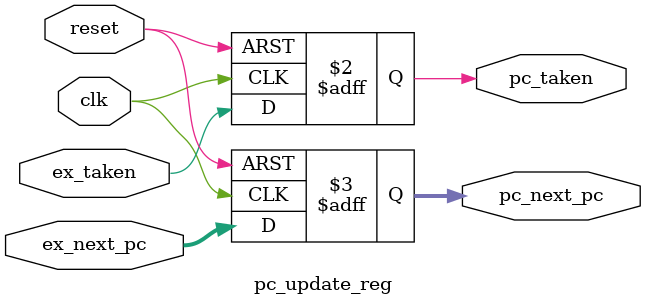
<source format=sv>

module pc_update_reg (
    input logic clk,
    input logic reset, 
    input logic ex_taken,
    input logic [31:0] ex_next_pc, // Next PC from the EX stage

    output logic pc_taken,
    output logic [31:0] pc_next_pc // Updated PC value

);

    always_ff @(posedge clk or posedge reset) begin
        if(reset) begin
            pc_taken <= 1'b0;
            pc_next_pc <= 32'b0; 
        end else begin
            pc_taken <= ex_taken;
            pc_next_pc <= ex_next_pc;
        end
    end

endmodule
</source>
